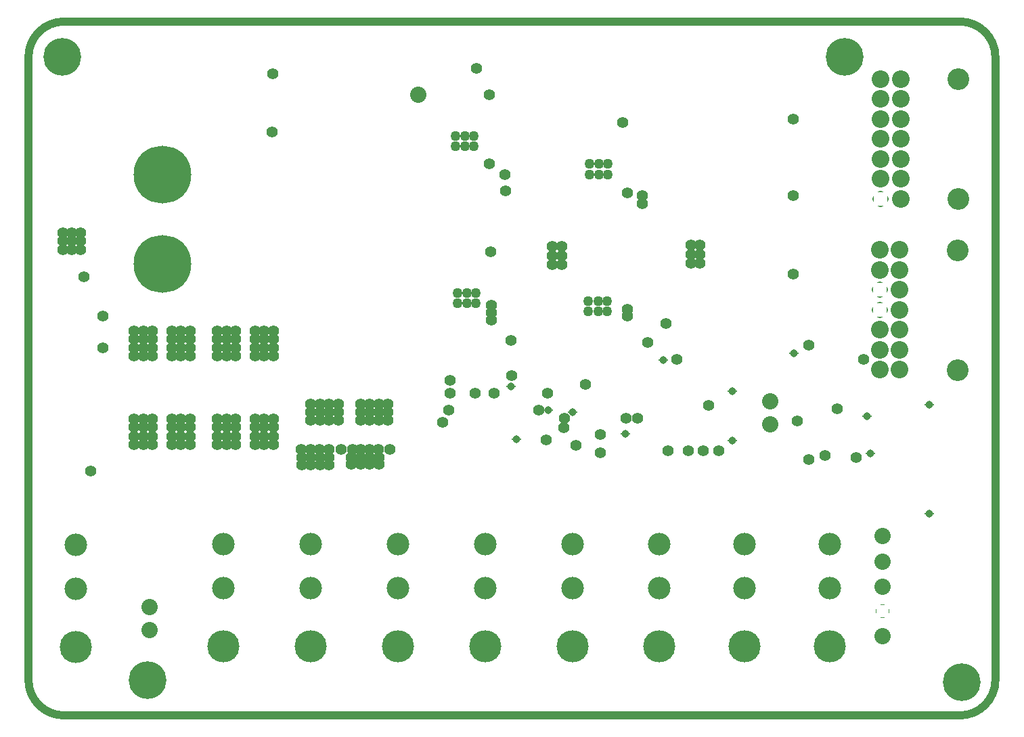
<source format=gbr>
%TF.GenerationSoftware,Altium Limited,Altium Designer,23.5.1 (21)*%
G04 Layer_Physical_Order=3*
G04 Layer_Color=128*
%FSLAX45Y45*%
%MOMM*%
%TF.SameCoordinates,815A2C8C-8163-47E4-9813-AD16C0C63C49*%
%TF.FilePolarity,Negative*%
%TF.FileFunction,Copper,L3,Inr,Plane*%
%TF.Part,Single*%
G01*
G75*
%TA.AperFunction,ComponentPad*%
%ADD54C,2.03200*%
%TA.AperFunction,NonConductor*%
%ADD60C,1.01600*%
%TA.AperFunction,ComponentPad*%
%ADD63C,2.81600*%
%ADD64C,4.01600*%
%ADD65C,7.21600*%
%ADD66C,2.21600*%
G04:AMPARAMS|DCode=67|XSize=2.0128mm|YSize=2.0128mm|CornerRadius=0mm|HoleSize=0mm|Usage=FLASHONLY|Rotation=0.000|XOffset=0mm|YOffset=0mm|HoleType=Round|Shape=Relief|Width=0.762mm|Gap=0.1524mm|Entries=4|*
%AMTHD67*
7,0,0,2.01280,1.70800,0.76200,45*
%
%ADD67THD67*%
%ADD68C,2.71600*%
G04:AMPARAMS|DCode=69|XSize=1.8288mm|YSize=1.8288mm|CornerRadius=0mm|HoleSize=0mm|Usage=FLASHONLY|Rotation=0.000|XOffset=0mm|YOffset=0mm|HoleType=Round|Shape=Relief|Width=0.762mm|Gap=0.1524mm|Entries=4|*
%AMTHD69*
7,0,0,1.82880,1.52400,0.76200,45*
%
%ADD69THD69*%
%TA.AperFunction,ViaPad*%
%ADD71C,1.39700*%
G04:AMPARAMS|DCode=72|XSize=1.1938mm|YSize=1.1938mm|CornerRadius=0mm|HoleSize=0mm|Usage=FLASHONLY|Rotation=0.000|XOffset=0mm|YOffset=0mm|HoleType=Round|Shape=Relief|Width=0.762mm|Gap=0.1524mm|Entries=4|*
%AMTHD72*
7,0,0,1.19380,0.88900,0.76200,45*
%
%ADD72THD72*%
%ADD73C,1.42240*%
%TA.AperFunction,ComponentPad*%
%ADD75C,4.71600*%
%TA.AperFunction,ViaPad*%
%ADD76C,1.27000*%
D54*
X10775950Y6181800D02*
D03*
Y6470650D02*
D03*
X12179300Y4460515D02*
D03*
X6371590Y10306050D02*
D03*
X3009900Y3898900D02*
D03*
X12179300Y3530600D02*
D03*
X3009900Y3606800D02*
D03*
X12179300Y4787901D02*
D03*
Y4152900D02*
D03*
D60*
X1498601Y2984499D02*
G03*
X1943099Y2540000I444498J-1D01*
G01*
X1943099Y11220448D02*
G03*
X1498599Y10775948I-2J-444498D01*
G01*
X13150848Y2539999D02*
G03*
X13595348Y2984498I1J444498D01*
G01*
X13595351Y10775949D02*
G03*
X13150848Y11220450I-444500J1D01*
G01*
X1498599Y10775949D02*
X1498601Y2984499D01*
X1943099Y11220448D02*
X13150848Y11220450D01*
X13595348Y2984499D02*
X13595351Y10775949D01*
X1943099Y2540000D02*
X13150848Y2539999D01*
D63*
X10452100Y4130000D02*
D03*
Y4680000D02*
D03*
X11518900Y4130000D02*
D03*
Y4680000D02*
D03*
X8305800Y4130000D02*
D03*
Y4680000D02*
D03*
X9385300Y4130000D02*
D03*
Y4680000D02*
D03*
X6121400Y4130000D02*
D03*
Y4680000D02*
D03*
X7213600Y4130000D02*
D03*
Y4680000D02*
D03*
X3937000Y4130000D02*
D03*
Y4680000D02*
D03*
X5029200Y4130000D02*
D03*
Y4680000D02*
D03*
X2089150Y4127250D02*
D03*
Y4677250D02*
D03*
D64*
X10452100Y3400000D02*
D03*
X11518900D02*
D03*
X8305800D02*
D03*
X9385300D02*
D03*
X6121400D02*
D03*
X7213600D02*
D03*
X3937000D02*
D03*
X5029200D02*
D03*
X2089150Y3397250D02*
D03*
D65*
X3175000Y9302750D02*
D03*
Y8185150D02*
D03*
D66*
X12146600Y8363000D02*
D03*
Y8113000D02*
D03*
Y7363000D02*
D03*
Y7113000D02*
D03*
Y6863000D02*
D03*
X12396600Y8363000D02*
D03*
Y8113000D02*
D03*
Y7863000D02*
D03*
Y7613000D02*
D03*
Y7363000D02*
D03*
Y7113000D02*
D03*
Y6863000D02*
D03*
X12157900Y10503395D02*
D03*
Y10253395D02*
D03*
Y10003395D02*
D03*
Y9753395D02*
D03*
Y9503395D02*
D03*
Y9253395D02*
D03*
X12407900Y10503395D02*
D03*
Y10253395D02*
D03*
Y10003395D02*
D03*
Y9753395D02*
D03*
Y9503395D02*
D03*
Y9253395D02*
D03*
Y9003395D02*
D03*
D67*
X12146600Y7863000D02*
D03*
Y7613000D02*
D03*
X12157900Y9003395D02*
D03*
D68*
X13119099Y6858000D02*
D03*
Y8355500D02*
D03*
X13130400Y8998395D02*
D03*
Y10495895D02*
D03*
D69*
X12179300Y3848100D02*
D03*
D71*
X11461750Y5791200D02*
D03*
X11944350Y6993700D02*
D03*
X11258550Y7169150D02*
D03*
X11061700Y10003395D02*
D03*
Y9042400D02*
D03*
Y8058150D02*
D03*
X2280091Y5594350D02*
D03*
X7106270Y10636250D02*
D03*
X4548054Y9836063D02*
D03*
X4555284Y10568689D02*
D03*
X2432050Y7137400D02*
D03*
X2192479Y8026100D02*
D03*
X2432050Y7539502D02*
D03*
X7537155Y7229395D02*
D03*
X7289800Y7483836D02*
D03*
X7292734Y7575647D02*
D03*
Y7668551D02*
D03*
X7278302Y8343900D02*
D03*
X7543800Y6794500D02*
D03*
X9608627Y6993700D02*
D03*
X7995273Y6572250D02*
D03*
X8470108Y6682379D02*
D03*
X8975121Y6261250D02*
D03*
X9121021D02*
D03*
X6776952Y6572250D02*
D03*
X7321122D02*
D03*
X6776952Y6734986D02*
D03*
X6678008Y6209707D02*
D03*
X7083626Y6572250D02*
D03*
X7881149Y6358341D02*
D03*
X8198901Y6141108D02*
D03*
X8205916Y6261100D02*
D03*
X7974061Y5989779D02*
D03*
X8344089Y5914950D02*
D03*
X8655050Y5829300D02*
D03*
X8929754Y9956836D02*
D03*
X7268172Y10306050D02*
D03*
X8653612Y6054260D02*
D03*
X9495821Y5848350D02*
D03*
X5032835Y6233025D02*
D03*
X5147135Y6233325D02*
D03*
X5261435D02*
D03*
X5375735Y6233025D02*
D03*
X5998035Y6235700D02*
D03*
X5883735Y6236000D02*
D03*
X5769435D02*
D03*
X5655135Y6235700D02*
D03*
X10133920Y5848350D02*
D03*
X9752921D02*
D03*
X9940321D02*
D03*
X9245600Y7203231D02*
D03*
X8991600Y7539423D02*
D03*
Y7617416D02*
D03*
X9474200Y7442200D02*
D03*
X9897750Y8425157D02*
D03*
Y8308548D02*
D03*
Y8193144D02*
D03*
X9786167Y8425157D02*
D03*
Y8308548D02*
D03*
Y8193144D02*
D03*
X8054517Y8177696D02*
D03*
Y8293100D02*
D03*
Y8409709D02*
D03*
X8166100Y8177696D02*
D03*
Y8293100D02*
D03*
Y8409709D02*
D03*
X6756400Y6358341D02*
D03*
X11613441Y6375400D02*
D03*
X11120172Y6227500D02*
D03*
X11852000Y5766100D02*
D03*
X11262000Y5743300D02*
D03*
X10003821Y6418650D02*
D03*
X5651500Y5869185D02*
D03*
X5549900Y5867400D02*
D03*
X5407903Y5870880D02*
D03*
X6023038Y5869185D02*
D03*
X5025641Y5867700D02*
D03*
X4911341Y5867400D02*
D03*
X5139941Y5867700D02*
D03*
X5254241Y5867400D02*
D03*
X5032835Y5675190D02*
D03*
X5147135D02*
D03*
X4918535Y5674890D02*
D03*
X5261435D02*
D03*
X5883735Y5677566D02*
D03*
X5540835D02*
D03*
X5769435Y5677866D02*
D03*
X5655135D02*
D03*
X5876541Y5870075D02*
D03*
X5762241Y5870375D02*
D03*
X5032835Y5766100D02*
D03*
X5147135D02*
D03*
X4918535Y5765800D02*
D03*
X5261435D02*
D03*
X5883735Y5768475D02*
D03*
X5540835D02*
D03*
X5769435Y5768775D02*
D03*
X5655135D02*
D03*
X5765800Y6439200D02*
D03*
X5651500Y6337000D02*
D03*
X5765800Y6337300D02*
D03*
X5880100D02*
D03*
Y6439200D02*
D03*
X5651500Y6438900D02*
D03*
X5994400D02*
D03*
Y6337000D02*
D03*
X5372100Y6334325D02*
D03*
Y6436225D02*
D03*
X5029200D02*
D03*
X5257800Y6436525D02*
D03*
Y6334625D02*
D03*
X5143500D02*
D03*
X5029200Y6334325D02*
D03*
X5143500Y6436525D02*
D03*
X2819400Y7353000D02*
D03*
X3048000Y7353300D02*
D03*
Y7251400D02*
D03*
X2933700D02*
D03*
X2819400Y7251100D02*
D03*
X2933700Y7353300D02*
D03*
X3048000Y7137100D02*
D03*
X2933700D02*
D03*
X2819400Y7136800D02*
D03*
X3048000Y7035500D02*
D03*
X2933700D02*
D03*
X2819400Y7035200D02*
D03*
X3517900Y7353000D02*
D03*
X3403600D02*
D03*
X3289300Y7352700D02*
D03*
X3517900Y7251100D02*
D03*
X3403600D02*
D03*
X3289300Y7250800D02*
D03*
X3517900Y7137100D02*
D03*
X3403600D02*
D03*
X3289300Y7136800D02*
D03*
X3517900Y7035200D02*
D03*
X3403600D02*
D03*
X3289300Y7034900D02*
D03*
X4330700Y7035200D02*
D03*
X4445000Y7035500D02*
D03*
X4559300D02*
D03*
X4330700Y7137100D02*
D03*
X4445000Y7137400D02*
D03*
X4559300D02*
D03*
X4330700Y7251100D02*
D03*
X4445000Y7251400D02*
D03*
X4559300D02*
D03*
X4330700Y7353000D02*
D03*
X4445000Y7353300D02*
D03*
X4559300D02*
D03*
X3860800Y7035500D02*
D03*
X3975100Y7035800D02*
D03*
X4089400D02*
D03*
X3860800Y7137100D02*
D03*
X3975100Y7137400D02*
D03*
X4089400D02*
D03*
X3975100Y7353600D02*
D03*
X3860800Y7251400D02*
D03*
X3975100Y7251700D02*
D03*
X4089400D02*
D03*
Y7353600D02*
D03*
X3860800Y7353300D02*
D03*
Y6248700D02*
D03*
X4089400Y6249000D02*
D03*
Y6147100D02*
D03*
X3975100D02*
D03*
X3860800Y6146800D02*
D03*
X3975100Y6249000D02*
D03*
X4089400Y6032800D02*
D03*
X3975100D02*
D03*
X3860800Y6032500D02*
D03*
X4089400Y5931200D02*
D03*
X3975100D02*
D03*
X3860800Y5930900D02*
D03*
X4559300Y6248700D02*
D03*
X4445000D02*
D03*
X4330700Y6248400D02*
D03*
X4559300Y6146800D02*
D03*
X4445000D02*
D03*
X4330700Y6146500D02*
D03*
X4559300Y6032800D02*
D03*
X4445000D02*
D03*
X4330700Y6032500D02*
D03*
X4559300Y5930900D02*
D03*
X4445000D02*
D03*
X4330700Y5930600D02*
D03*
X3289300Y5930300D02*
D03*
X3403600Y5930600D02*
D03*
X3517900D02*
D03*
X3289300Y6032200D02*
D03*
X3403600Y6032500D02*
D03*
X3517900D02*
D03*
X3289300Y6146200D02*
D03*
X3403600Y6146500D02*
D03*
X3517900D02*
D03*
X3289300Y6248100D02*
D03*
X3403600Y6248400D02*
D03*
X3517900D02*
D03*
X2819400Y5930600D02*
D03*
X2933700Y5930900D02*
D03*
X3048000D02*
D03*
X2819400Y6032200D02*
D03*
X2933700Y6032500D02*
D03*
X3048000D02*
D03*
X2933700Y6248700D02*
D03*
X2819400Y6146500D02*
D03*
X2933700Y6146800D02*
D03*
X3048000D02*
D03*
Y6248700D02*
D03*
X2819400Y6248400D02*
D03*
D72*
X11076709Y7067550D02*
D03*
X8966613Y6062820D02*
D03*
X8307060Y6337300D02*
D03*
X9436954Y6988900D02*
D03*
X7534439Y6654986D02*
D03*
X8003255Y6358341D02*
D03*
X7599682Y5992460D02*
D03*
X11988800Y6286500D02*
D03*
X12026900Y5816600D02*
D03*
X12763500Y6426200D02*
D03*
Y5067300D02*
D03*
X10302638Y6597650D02*
D03*
Y5981550D02*
D03*
D73*
X2147080Y8368243D02*
D03*
X2036361D02*
D03*
X1928709D02*
D03*
Y8472234D02*
D03*
X2147080Y8472235D02*
D03*
X2036361Y8472234D02*
D03*
X2147080Y8577329D02*
D03*
X2036362D02*
D03*
X1928709D02*
D03*
X9181653Y8940800D02*
D03*
X7266434Y9437600D02*
D03*
X7465500Y9099550D02*
D03*
X7455961Y9307600D02*
D03*
X8995234Y9078110D02*
D03*
X9181653Y9042400D02*
D03*
D75*
X2984500Y2984500D02*
D03*
X13176250Y2959100D02*
D03*
X1924050Y10775950D02*
D03*
X11709400D02*
D03*
D76*
X6982310Y7694700D02*
D03*
X6862310D02*
D03*
X6982310Y7824700D02*
D03*
X7092310D02*
D03*
X7092310Y7694700D02*
D03*
X6862310Y7824700D02*
D03*
X6841190Y9786850D02*
D03*
X7071189Y9656850D02*
D03*
X7071190Y9786850D02*
D03*
X6961190D02*
D03*
X6841190Y9656850D02*
D03*
X6961190D02*
D03*
X8636000Y9307600D02*
D03*
X8516000D02*
D03*
X8636000Y9437600D02*
D03*
X8746000D02*
D03*
X8746000Y9307600D02*
D03*
X8516000Y9437600D02*
D03*
X8503300Y7723100D02*
D03*
X8733300Y7593100D02*
D03*
X8733300Y7723100D02*
D03*
X8503300Y7593100D02*
D03*
X8623300D02*
D03*
Y7723100D02*
D03*
%TF.MD5,bf00395c23af155c6125470754307623*%
M02*

</source>
